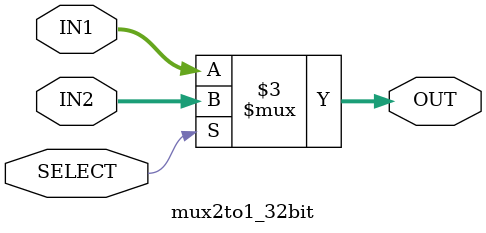
<source format=v>

module mux2to1_32bit(IN1, IN2, OUT, SELECT);
	input [31:0] IN1, IN2;
	input SELECT;
	output reg [31:0] OUT;

    always @(*) begin 
        if (SELECT) begin 
            OUT = IN2; 
        end 

        else OUT = IN1;  
    end	
endmodule
</source>
